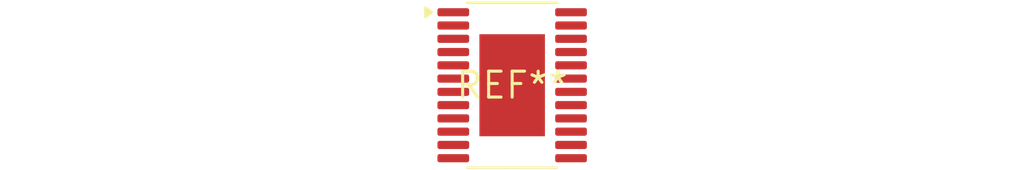
<source format=kicad_pcb>
(kicad_pcb (version 20240108) (generator pcbnew)
  (layers (0 "F.Cu" signal) (31 "B.Cu" signal) (34 "B.Paste" user) (35 "F.Paste" user) (36 "B.SilkS" user "B.Silkscreen") (37 "F.SilkS" user "F.Silkscreen") (38 "B.Mask" user) (39 "F.Mask" user) (44 "Edge.Cuts" user))
  (net 0 "")
  (footprint "HTSSOP-24-1EP_4.4x7.8mm_P0.65mm_EP3.2x5mm" (layer "F.Cu") (at 0 0)
    (property "Reference" "REF**")
    (property "Value" "HTSSOP-24-1EP_4.4x7.8mm_P0.65mm_EP3.2x5mm")
    (fp_line (start 0 -4.035) (end -2.2 -4.035) (layer "F.SilkS") (stroke (width 0.12)))
    (fp_line (start 0 -4.035) (end 2.2 -4.035) (layer "F.SilkS") (stroke (width 0.12)))
    (fp_line (start 0 4.035) (end -2.2 4.035) (layer "F.SilkS") (stroke (width 0.12)))
    (fp_line (start 0 4.035) (end 2.2 4.035) (layer "F.SilkS") (stroke (width 0.12)))
    (fp_poly (pts (xy -3.91 -3.575) (xy -4.24 -3.815) (xy -4.24 -3.335) (xy -3.91 -3.575)) (layer "F.SilkS") (stroke (width 0.12)) (fill solid))
    (pad "1" smd roundrect (at -2.875 -3.575) (size 1.55 0.4) (layers "F.Cu" "F.Paste" "F.Mask"))
    (pad "2" smd roundrect (at -2.875 -2.925) (size 1.55 0.4) (layers "F.Cu" "F.Paste" "F.Mask"))
    (pad "3" smd roundrect (at -2.875 -2.275) (size 1.55 0.4) (layers "F.Cu" "F.Paste" "F.Mask"))
    (pad "4" smd roundrect (at -2.875 -1.625) (size 1.55 0.4) (layers "F.Cu" "F.Paste" "F.Mask"))
    (pad "5" smd roundrect (at -2.875 -0.975) (size 1.55 0.4) (layers "F.Cu" "F.Paste" "F.Mask"))
    (pad "6" smd roundrect (at -2.875 -0.325) (size 1.55 0.4) (layers "F.Cu" "F.Paste" "F.Mask"))
    (pad "7" smd roundrect (at -2.875 0.325) (size 1.55 0.4) (layers "F.Cu" "F.Paste" "F.Mask"))
    (pad "8" smd roundrect (at -2.875 0.975) (size 1.55 0.4) (layers "F.Cu" "F.Paste" "F.Mask"))
    (pad "9" smd roundrect (at -2.875 1.625) (size 1.55 0.4) (layers "F.Cu" "F.Paste" "F.Mask"))
    (pad "10" smd roundrect (at -2.875 2.275) (size 1.55 0.4) (layers "F.Cu" "F.Paste" "F.Mask"))
    (pad "11" smd roundrect (at -2.875 2.925) (size 1.55 0.4) (layers "F.Cu" "F.Paste" "F.Mask"))
    (pad "12" smd roundrect (at -2.875 3.575) (size 1.55 0.4) (layers "F.Cu" "F.Paste" "F.Mask"))
    (pad "13" smd roundrect (at 2.875 3.575) (size 1.55 0.4) (layers "F.Cu" "F.Paste" "F.Mask"))
    (pad "14" smd roundrect (at 2.875 2.925) (size 1.55 0.4) (layers "F.Cu" "F.Paste" "F.Mask"))
    (pad "15" smd roundrect (at 2.875 2.275) (size 1.55 0.4) (layers "F.Cu" "F.Paste" "F.Mask"))
    (pad "16" smd roundrect (at 2.875 1.625) (size 1.55 0.4) (layers "F.Cu" "F.Paste" "F.Mask"))
    (pad "17" smd roundrect (at 2.875 0.975) (size 1.55 0.4) (layers "F.Cu" "F.Paste" "F.Mask"))
    (pad "18" smd roundrect (at 2.875 0.325) (size 1.55 0.4) (layers "F.Cu" "F.Paste" "F.Mask"))
    (pad "19" smd roundrect (at 2.875 -0.325) (size 1.55 0.4) (layers "F.Cu" "F.Paste" "F.Mask"))
    (pad "20" smd roundrect (at 2.875 -0.975) (size 1.55 0.4) (layers "F.Cu" "F.Paste" "F.Mask"))
    (pad "21" smd roundrect (at 2.875 -1.625) (size 1.55 0.4) (layers "F.Cu" "F.Paste" "F.Mask"))
    (pad "22" smd roundrect (at 2.875 -2.275) (size 1.55 0.4) (layers "F.Cu" "F.Paste" "F.Mask"))
    (pad "23" smd roundrect (at 2.875 -2.925) (size 1.55 0.4) (layers "F.Cu" "F.Paste" "F.Mask"))
    (pad "24" smd roundrect (at 2.875 -3.575) (size 1.55 0.4) (layers "F.Cu" "F.Paste" "F.Mask"))
    (pad "25" smd rect (at 0 0) (size 3.2 5) (property pad_prop_heatsink) (layers "F.Cu" "F.Mask"))
  )
)
</source>
